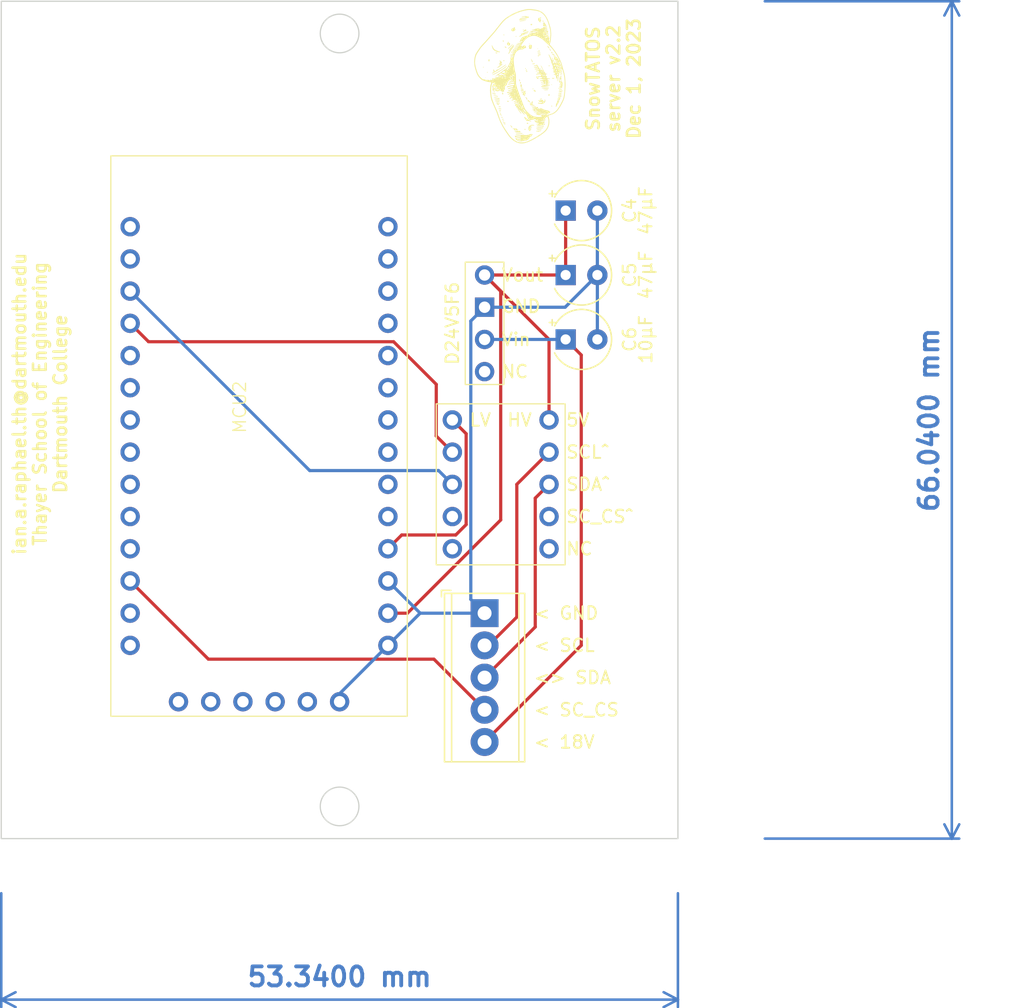
<source format=kicad_pcb>
(kicad_pcb (version 20221018) (generator pcbnew)
  (layers (0 "F.Cu" signal) (31 "B.Cu" signal) (34 "B.Paste" user) (35 "F.Paste" user) (36 "B.SilkS" user "B.Silkscreen") (37 "F.SilkS" user "F.Silkscreen") (38 "B.Mask" user) (39 "F.Mask" user) (44 "Edge.Cuts" user))
  (net 0 "")
  (net 1 "/GND")
  (net 2 "Net-(J2-Pin_2)")
  (net 3 "Net-(J2-Pin_3)")
  (net 5 "/3v3")
  (net 6 "/SCL")
  (net 7 "/SDA")
  (net 10 "/VBAT")
  (net 22 "/SC_CS")
  (net 39 "Net-(J2-Pin_5)")
  (footprint "Capacitor_THT:CP_Radial_Tantal_D4.5mm_P2.50mm" (layer "F.Cu") (at 158.79 85.09)
    (fp_text reference "C6" (at 5.04 0 90) (layer "F.SilkS"))
    (fp_text value "10µF" (at 6.31 0 90) (layer "F.SilkS"))
    (pad "1" thru_hole rect (at 0 0) (size 1.6 1.6) (drill 0.8) (layers "*.Cu" "*.Mask") (net 39 "Net-(J2-Pin_5)"))
    (pad "2" thru_hole circle (at 2.5 0) (size 1.6 1.6) (drill 0.8) (layers "*.Cu" "*.Mask") (net 1 "/GND"))
  )
  (footprint "Capacitor_THT:CP_Radial_Tantal_D4.5mm_P2.50mm" (layer "F.Cu") (at 158.79 80.01)
    (fp_text reference "C5" (at 5.04 0 90) (layer "F.SilkS"))
    (fp_text value "47µF" (at 6.31 0 90) (layer "F.SilkS"))
    (pad "1" thru_hole rect (at 0 0) (size 1.6 1.6) (drill 0.8) (layers "*.Cu" "*.Mask") (net 10 "/VBAT"))
    (pad "2" thru_hole circle (at 2.5 0) (size 1.6 1.6) (drill 0.8) (layers "*.Cu" "*.Mask") (net 1 "/GND"))
  )
  (footprint "Converter_DCDC:Pololu_D24V5F9" (layer "F.Cu") (at 152.4 84.074 90)
    (fp_text reference "U4" hide)
    (fp_text value "TPSM84203" hide)
    (pad "1" thru_hole circle (at -3.556 0 90) (size 1.524 1.524) (drill 0.9) (layers "*.Cu" "*.Mask"))
    (pad "2" thru_hole circle (at -1.016 0 90) (size 1.524 1.524) (drill 0.9) (layers "*.Cu" "*.Mask") (net 39 "Net-(J2-Pin_5)"))
    (pad "3" thru_hole rect (at 1.524 0 90) (size 1.524 1.524) (drill 0.9) (layers "*.Cu" "*.Mask") (net 1 "/GND"))
    (pad "4" thru_hole circle (at 4.064 0 90) (size 1.524 1.524) (drill 0.9) (layers "*.Cu" "*.Mask") (net 10 "/VBAT"))
  )
  (footprint "LOGO" (layer "F.Cu") (at 154.94 64.262 90)
    (fp_text reference "G***" hide)
    (fp_text value "LOGO" hide)
  )
  (footprint "TerminalBlock_Phoenix:TerminalBlock_Phoenix_MPT-0,5-5-2.54_1x05_P2.54mm_Horizontal" (layer "F.Cu") (at 152.4 106.68 -90)
    (fp_text reference "J2" hide)
    (fp_text value "Screw_Terminal_01x04" hide)
    (pad "1" thru_hole rect (at 0 0 270) (size 2.2 2.2) (drill 1.1) (layers "*.Cu" "*.Mask") (net 1 "/GND"))
    (pad "2" thru_hole circle (at 2.54 0 270) (size 2.2 2.2) (drill 1.1) (layers "*.Cu" "*.Mask") (net 2 "Net-(J2-Pin_2)"))
    (pad "3" thru_hole circle (at 5.08 0 270) (size 2.2 2.2) (drill 1.1) (layers "*.Cu" "*.Mask") (net 3 "Net-(J2-Pin_3)"))
    (pad "4" thru_hole circle (at 7.62 0 270) (size 2.2 2.2) (drill 1.1) (layers "*.Cu" "*.Mask") (net 22 "/SC_CS"))
    (pad "5" thru_hole circle (at 10.16 0 270) (size 2.2 2.2) (drill 1.1) (layers "*.Cu" "*.Mask") (net 39 "Net-(J2-Pin_5)"))
  )
  (footprint "Module:Rocket_Scream_Mini_Ultra" (layer "F.Cu") (at 134.62 96.52)
    (fp_text reference "MCU2" (at -1.524 -6.096 90 unlocked) (layer "F.SilkS") (effects (font (thickness 0.1))))
    (fp_text value "Rocket_Scream_Mini_Ultra")
    (pad "0" thru_hole circle (at -10.16 -20.32) (size 1.524 1.524) (drill 0.9) (layers "*.Cu" "*.Mask"))
    (pad "1" thru_hole circle (at -10.16 -17.78) (size 1.524 1.524) (drill 0.9) (layers "*.Cu" "*.Mask"))
    (pad "2" thru_hole circle (at -10.16 -15.24) (size 1.524 1.524) (drill 0.9) (layers "*.Cu" "*.Mask") (net 7 "/SDA"))
    (pad "3" thru_hole circle (at -10.16 -12.7) (size 1.524 1.524) (drill 0.9) (layers "*.Cu" "*.Mask") (net 6 "/SCL"))
    (pad "3v3" thru_hole circle (at 10.16 5.08) (size 1.524 1.524) (drill 0.9) (layers "*.Cu" "*.Mask") (net 5 "/3v3"))
    (pad "4" thru_hole circle (at -10.16 -10.16) (size 1.524 1.524) (drill 0.9) (layers "*.Cu" "*.Mask"))
    (pad "5" thru_hole circle (at -10.16 -7.62) (size 1.524 1.524) (drill 0.9) (layers "*.Cu" "*.Mask"))
    (pad "6" thru_hole circle (at -10.16 -5.08) (size 1.524 1.524) (drill 0.9) (layers "*.Cu" "*.Mask"))
    (pad "7" thru_hole circle (at -10.16 -2.54) (size 1.524 1.524) (drill 0.9) (layers "*.Cu" "*.Mask"))
    (pad "8" thru_hole circle (at -10.16 0) (size 1.524 1.524) (drill 0.9) (layers "*.Cu" "*.Mask"))
    (pad "9" thru_hole circle (at -10.16 2.54) (size 1.524 1.524) (drill 0.9) (layers "*.Cu" "*.Mask"))
    (pad "10" thru_hole circle (at -10.16 5.08) (size 1.524 1.524) (drill 0.9) (layers "*.Cu" "*.Mask"))
    (pad "11" thru_hole circle (at -10.16 7.62) (size 1.524 1.524) (drill 0.9) (layers "*.Cu" "*.Mask") (net 22 "/SC_CS"))
    (pad "12" thru_hole circle (at -10.16 10.16) (size 1.524 1.524) (drill 0.9) (layers "*.Cu" "*.Mask"))
    (pad "13" thru_hole circle (at -10.16 12.7) (size 1.524 1.524) (drill 0.9) (layers "*.Cu" "*.Mask"))
    (pad "22" thru_hole circle (at 10.16 0) (size 1.524 1.524) (drill 0.9) (layers "*.Cu" "*.Mask"))
    (pad "23" thru_hole circle (at 10.16 -2.54) (size 1.524 1.524) (drill 0.9) (layers "*.Cu" "*.Mask"))
    (pad "24" thru_hole circle (at 10.16 -5.08) (size 1.524 1.524) (drill 0.9) (layers "*.Cu" "*.Mask"))
    (pad "25" thru_hole circle (at 10.16 -7.62) (size 1.524 1.524) (drill 0.9) (layers "*.Cu" "*.Mask"))
    (pad "A2" thru_hole circle (at 10.16 -10.16) (size 1.524 1.524) (drill 0.9) (layers "*.Cu" "*.Mask"))
    (pad "A3" thru_hole circle (at 10.16 -12.7) (size 1.524 1.524) (drill 0.9) (layers "*.Cu" "*.Mask"))
    (pad "A4" thru_hole circle (at 10.16 -15.24) (size 1.524 1.524) (drill 0.9) (layers "*.Cu" "*.Mask"))
    (pad "A6" thru_hole circle (at 10.16 -17.78) (size 1.524 1.524) (drill 0.9) (layers "*.Cu" "*.Mask"))
    (pad "BAT" thru_hole circle (at 10.16 10.16) (size 1.524 1.524) (drill 0.9) (layers "*.Cu" "*.Mask") (net 10 "/VBAT"))
    (pad "DTR" thru_hole circle (at -6.35 17.145 90) (size 1.524 1.524) (drill 0.9) (layers "*.Cu" "*.Mask"))
    (pad "GND" thru_hole circle (at 6.35 17.145 90) (size 1.524 1.524) (drill 0.9) (layers "*.Cu" "*.Mask") (net 1 "/GND"))
    (pad "GND" thru_hole circle (at 10.16 7.62) (size 1.524 1.524) (drill 0.9) (layers "*.Cu" "*.Mask") (net 1 "/GND"))
    (pad "GND" thru_hole circle (at 10.16 12.7) (size 1.524 1.524) (drill 0.9) (layers "*.Cu" "*.Mask") (net 1 "/GND"))
    (pad "REF" thru_hole circle (at 10.16 2.54) (size 1.524 1.524) (drill 0.9) (layers "*.Cu" "*.Mask"))
    (pad "RST" thru_hole circle (at 10.16 -20.32 270) (size 1.524 1.524) (drill 0.9) (layers "*.Cu" "*.Mask"))
    (pad "RX2" thru_hole circle (at -1.27 17.145 90) (size 1.524 1.524) (drill 0.9) (layers "*.Cu" "*.Mask"))
    (pad "TX2" thru_hole circle (at -3.81 17.145 90) (size 1.524 1.524) (drill 0.9) (layers "*.Cu" "*.Mask"))
    (pad "UPDI" thru_hole circle (at 3.81 17.145 90) (size 1.524 1.524) (drill 0.9) (layers "*.Cu" "*.Mask"))
    (pad "VIN" thru_hole circle (at 1.27 17.145 90) (size 1.524 1.524) (drill 0.9) (layers "*.Cu" "*.Mask"))
  )
  (footprint "Converter_DCDC:Pololu_logicLevelShifter" (layer "F.Cu") (at 153.67 96.52)
    (fp_text reference "U3" hide)
    (fp_text value "~")
    (pad "1" thru_hole circle (at -3.81 -5.08) (size 1.524 1.524) (drill 0.9) (layers "*.Cu" "*.Mask") (net 5 "/3v3"))
    (pad "2" thru_hole circle (at -3.81 -2.54) (size 1.524 1.524) (drill 0.9) (layers "*.Cu" "*.Mask") (net 6 "/SCL"))
    (pad "3" thru_hole circle (at -3.81 0) (size 1.524 1.524) (drill 0.9) (layers "*.Cu" "*.Mask") (net 7 "/SDA"))
    (pad "4" thru_hole circle (at -3.81 2.54) (size 1.524 1.524) (drill 0.9) (layers "*.Cu" "*.Mask"))
    (pad "5" thru_hole circle (at -3.81 5.08) (size 1.524 1.524) (drill 0.9) (layers "*.Cu" "*.Mask"))
    (pad "6" thru_hole circle (at 3.81 -5.08) (size 1.524 1.524) (drill 0.9) (layers "*.Cu" "*.Mask") (net 10 "/VBAT"))
    (pad "7" thru_hole circle (at 3.81 -2.54) (size 1.524 1.524) (drill 0.9) (layers "*.Cu" "*.Mask") (net 2 "Net-(J2-Pin_2)"))
    (pad "8" thru_hole circle (at 3.81 0) (size 1.524 1.524) (drill 0.9) (layers "*.Cu" "*.Mask") (net 3 "Net-(J2-Pin_3)"))
    (pad "9" thru_hole circle (at 3.81 2.54) (size 1.524 1.524) (drill 0.9) (layers "*.Cu" "*.Mask"))
    (pad "10" thru_hole circle (at 3.81 5.08) (size 1.524 1.524) (drill 0.9) (layers "*.Cu" "*.Mask"))
  )
  (footprint "Capacitor_THT:CP_Radial_Tantal_D4.5mm_P2.50mm" (layer "F.Cu") (at 158.79 74.93)
    (fp_text reference "C4" (at 5.04 0 90) (layer "F.SilkS"))
    (fp_text value "47µF" (at 6.31 0 90) (layer "F.SilkS"))
    (pad "1" thru_hole rect (at 0 0) (size 1.6 1.6) (drill 0.8) (layers "*.Cu" "*.Mask") (net 10 "/VBAT"))
    (pad "2" thru_hole circle (at 2.5 0) (size 1.6 1.6) (drill 0.8) (layers "*.Cu" "*.Mask") (net 1 "/GND"))
  )
  (gr_circle (center 140.97 60.96) (end 142.494 60.96) (stroke (width 0.1)) (fill none) (layer "Edge.Cuts"))
  (gr_circle (center 140.97 121.92) (end 142.494 121.92) (stroke (width 0.1)) (fill none) (layer "Edge.Cuts"))
  (gr_rect (start 114.3 58.42) (end 167.64 124.46) (stroke (width 0.1)) (fill none) (layer "Edge.Cuts"))
  (gr_text "NC" (at 158.75 101.6) (layer "F.SilkS") (effects (font (size 1 1)) (justify left)))
  (gr_text "< SCL" (at 156.21 109.22) (layer "F.SilkS") (effects (font (size 1 1)) (justify left)))
  (gr_text "SnowTATOS\nserver v2.2\nDec 1, 2023" (at 162.56 64.516 90) (layer "F.SilkS") (effects (font (size 1 1) (thickness 0.2) bold)))
  (gr_text "ian.a.raphael.th@dartmouth.edu\nThayer School of Engineering\nDartmouth College" (at 117.348 90.17 90) (layer "F.SilkS") (effects (font (size 1 1) (thickness 0.2) bold)))
  (gr_text "<> SDA" (at 156.21 111.76) (layer "F.SilkS") (effects (font (size 1 1)) (justify left)))
  (gr_text "SDA^" (at 158.75 96.52) (layer "F.SilkS") (effects (font (size 1 1)) (justify left)))
  (gr_text "D24V5F6" (at 149.86 83.82 90) (layer "F.SilkS") (effects (font (size 1 1))))
  (gr_text "HV" (at 156.21 91.44) (layer "F.SilkS") (effects (font (size 1 1)) (justify right)))
  (gr_text "< GND" (at 156.21 106.68) (layer "F.SilkS") (effects (font (size 1 1)) (justify left)))
  (gr_text "5V" (at 158.75 91.44) (layer "F.SilkS") (effects (font (size 1 1)) (justify left)))
  (gr_text "NC" (at 153.67 87.63) (layer "F.SilkS") (effects (font (size 1 1)) (justify left)))
  (gr_text "Vin" (at 153.67 85.09) (layer "F.SilkS") (effects (font (size 1 1)) (justify left)))
  (gr_text "GND" (at 153.652712 82.485) (layer "F.SilkS") (effects (font (size 1 1)) (justify left)))
  (gr_text "SC_CS^" (at 158.75 99.06) (layer "F.SilkS") (effects (font (size 1 1)) (justify left)))
  (gr_text "Vout" (at 153.67 80.01) (layer "F.SilkS") (effects (font (size 1 1)) (justify left)))
  (gr_text "< 18V" (at 156.21 116.84) (layer "F.SilkS") (effects (font (size 1 1)) (justify left)))
  (gr_text "SCL^" (at 158.75 93.98) (layer "F.SilkS") (effects (font (size 1 1)) (justify left)))
  (gr_text "LV" (at 151.13 91.44) (layer "F.SilkS") (effects (font (size 1 1)) (justify left)))
  (gr_text "< SC_CS" (at 156.21 114.3) (layer "F.SilkS") (effects (font (size 1 1)) (justify left)))
  (dimension (type aligned) (layer "B.Cu") (pts (xy 173.99 58.42) (xy 173.99 124.46)) (height -15.24) (gr_text "2.6000 in" (at 187.43 91.44 90) (layer "B.Cu") (effects (font (size 1.5 1.5) (thickness 0.3)))) (format (prefix "") (suffix "") (units 3) (units_format 1) (precision 4)) (style (thickness 0.2) (arrow_length 1.27) (text_position_mode 0) (extension_height 0.58642) (extension_offset 0.5) keep_text_aligned))
  (dimension (type aligned) (layer "B.Cu") (pts (xy 114.3 128.27) (xy 167.64 128.27)) (height 8.89) (gr_text "2.1000 in" (at 140.97 135.36) (layer "B.Cu") (effects (font (size 1.5 1.5) (thickness 0.3)))) (format (prefix "") (suffix "") (units 3) (units_format 1) (precision 4)) (style (thickness 0.2) (arrow_length 1.27) (text_position_mode 0) (extension_height 0.58642) (extension_offset 0.5) keep_text_aligned))
  (segment (start 147.32 106.68) (end 144.78 109.22) (width 0.25) (layer "B.Cu") (net 1))
  (segment (start 161.29 80.01) (end 158.75 82.55) (width 0.25) (layer "B.Cu") (net 1))
  (segment (start 152.4 106.68) (end 147.32 106.68) (width 0.25) (layer "B.Cu") (net 1))
  (segment (start 144.78 109.22) (end 140.97 113.03) (width 0.25) (layer "B.Cu") (net 1))
  (segment (start 158.75 82.55) (end 152.4 82.55) (width 0.25) (layer "B.Cu") (net 1))
  (segment (start 161.29 74.93) (end 161.29 85.09) (width 0.25) (layer "B.Cu") (net 1))
  (segment (start 140.97 113.03) (end 140.97 113.665) (width 0.25) (layer "B.Cu") (net 1))
  (segment (start 151.313 83.637) (end 151.313 105.593) (width 0.25) (layer "B.Cu") (net 1))
  (segment (start 152.4 82.55) (end 151.313 83.637) (width 0.25) (layer "B.Cu") (net 1))
  (segment (start 147.32 106.68) (end 144.78 104.14) (width 0.25) (layer "B.Cu") (net 1))
  (segment (start 151.313 105.593) (end 152.4 106.68) (width 0.25) (layer "B.Cu") (net 1))
  (segment (start 152.71 109.22) (end 154.94 106.99) (width 0.25) (layer "F.Cu") (net 2))
  (segment (start 154.94 96.52) (end 157.48 93.98) (width 0.25) (layer "F.Cu") (net 2))
  (segment (start 152.4 109.22) (end 152.71 109.22) (width 0.25) (layer "F.Cu") (net 2))
  (segment (start 154.94 106.99) (end 154.94 96.52) (width 0.25) (layer "F.Cu") (net 2))
  (segment (start 152.4 111.76) (end 156.393 107.767) (width 0.25) (layer "F.Cu") (net 3))
  (segment (start 156.393 107.767) (end 156.393 97.607) (width 0.25) (layer "F.Cu") (net 3))
  (segment (start 156.393 97.607) (end 157.48 96.52) (width 0.25) (layer "F.Cu") (net 3))
  (segment (start 150.947 99.693251) (end 150.127251 100.513) (width 0.25) (layer "F.Cu") (net 5))
  (segment (start 145.867 100.513) (end 144.78 101.6) (width 0.25) (layer "F.Cu") (net 5))
  (segment (start 150.127251 100.513) (end 145.867 100.513) (width 0.25) (layer "F.Cu") (net 5))
  (segment (start 149.86 91.44) (end 150.947 92.527) (width 0.25) (layer "F.Cu") (net 5))
  (segment (start 150.947 92.527) (end 150.947 99.693251) (width 0.25) (layer "F.Cu") (net 5))
  (segment (start 125.913 85.273) (end 145.230251 85.273) (width 0.25) (layer "F.Cu") (net 6))
  (segment (start 124.46 83.82) (end 125.913 85.273) (width 0.25) (layer "F.Cu") (net 6))
  (segment (start 145.230251 85.273) (end 148.59 88.632749) (width 0.25) (layer "F.Cu") (net 6))
  (segment (start 148.59 92.71) (end 149.86 93.98) (width 0.25) (layer "F.Cu") (net 6))
  (segment (start 148.59 88.632749) (end 148.59 92.71) (width 0.25) (layer "F.Cu") (net 6))
  (segment (start 138.613 95.433) (end 148.773 95.433) (width 0.25) (layer "B.Cu") (net 7))
  (segment (start 148.773 95.433) (end 149.86 96.52) (width 0.25) (layer "B.Cu") (net 7))
  (segment (start 124.46 81.28) (end 138.613 95.433) (width 0.25) (layer "B.Cu") (net 7))
  (segment (start 153.67 81.28) (end 153.67 99.327251) (width 0.25) (layer "F.Cu") (net 10))
  (segment (start 157.48 85.09) (end 157.48 91.44) (width 0.25) (layer "F.Cu") (net 10))
  (segment (start 158.79 80.01) (end 152.4 80.01) (width 0.25) (layer "F.Cu") (net 10))
  (segment (start 153.67 99.327251) (end 146.317251 106.68) (width 0.25) (layer "F.Cu") (net 10))
  (segment (start 146.317251 106.68) (end 144.78 106.68) (width 0.25) (layer "F.Cu") (net 10))
  (segment (start 152.4 80.01) (end 153.67 81.28) (width 0.25) (layer "F.Cu") (net 10))
  (segment (start 158.79 74.93) (end 158.79 80.01) (width 0.25) (layer "F.Cu") (net 10))
  (segment (start 152.4 80.01) (end 157.48 85.09) (width 0.25) (layer "F.Cu") (net 10))
  (segment (start 124.46 104.14) (end 130.627 110.307) (width 0.25) (layer "F.Cu") (net 22))
  (segment (start 148.407 110.307) (end 152.4 114.3) (width 0.25) (layer "F.Cu") (net 22))
  (segment (start 130.627 110.307) (end 148.407 110.307) (width 0.25) (layer "F.Cu") (net 22))
  (segment (start 160.02 109.22) (end 160.02 86.32) (width 0.25) (layer "F.Cu") (net 39))
  (segment (start 160.02 86.32) (end 158.79 85.09) (width 0.25) (layer "F.Cu") (net 39))
  (segment (start 152.4 116.84) (end 160.02 109.22) (width 0.25) (layer "F.Cu") (net 39))
  (segment (start 158.79 85.09) (end 152.4 85.09) (width 0.25) (layer "B.Cu") (net 39))
)
</source>
